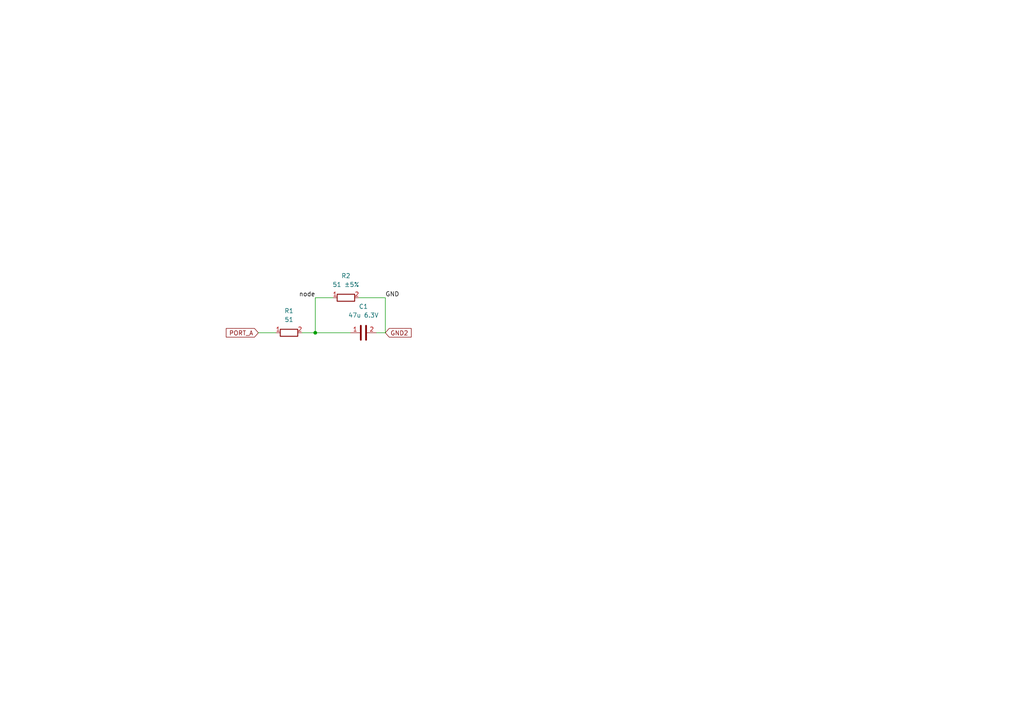
<source format=kicad_sch>
(kicad_sch (version 20211123) (generator eeschema)
  (paper "A4")
  (title_block (title "Simple Circuit") (date "2022-08-02") (rev "v01"))
  (lib_symbols
    (symbol "Device:C" (pin_names (offset 0.254))
      (property "Reference" "C" (at 0.635 2.54 0))
      (property "Value" "C" (at 0.635 -2.54 0))
      (symbol "C_0_1"
        (polyline (pts (xy -2.032 -0.762) (xy 2.032 -0.762)) (stroke (width 0.508)))
        (polyline (pts (xy -2.032 0.762) (xy 2.032 0.762)) (stroke (width 0.508)))
      )
      (symbol "C_1_1"
        (pin passive line (at 0 3.81 270) (length 2.794) (name "~") (number "1"))
        (pin passive line (at 0 -3.81 90) (length 2.794) (name "~") (number "2"))
      )
    )
    (symbol "Device:R" (pin_names (offset 0))
      (property "Reference" "R" (at 2.032 0 90))
      (property "Value" "R" (at 0 0 90))
      (symbol "R_0_1"
        (rectangle (start -1.016 -2.54) (end 1.016 2.54) (stroke (width 0.254)))
      )
      (symbol "R_1_1"
        (pin passive line (at 0 3.81 270) (length 1.27) (name "~") (number "1"))
        (pin passive line (at 0 -3.81 90) (length 1.27) (name "~") (number "2"))
      )
    )
  )
  (junction (at 91.44 96.52))
  (wire (pts (xy 91.44 86.36) (xy 91.44 96.52)))
  (wire (pts (xy 111.76 86.36) (xy 111.76 96.52)))
  (wire (pts (xy 104.14 86.36) (xy 111.76 86.36)))
  (wire (pts (xy 74.93 96.52) (xy 80.01 96.52)))
  (wire (pts (xy 91.44 86.36) (xy 96.52 86.36)))
  (wire (pts (xy 87.63 96.52) (xy 91.44 96.52)))
  (wire (pts (xy 109.22 96.52) (xy 111.76 96.52)))
  (wire (pts (xy 91.44 96.52) (xy 101.6 96.52)))
  (label "node" (at 91.44 86.36 180))
  (label "GND" (at 111.76 86.36 0))
  (global_label "PORT_A" (shape input) (at 74.93 96.52 180) (property "Intersheet References" "${INTERSHEET_REFS}" (effects hide)))
  (global_label "GND2" (shape input) (at 111.76 96.52 0) (property "Intersheet References" "${INTERSHEET_REFS}" (effects hide)))
  (symbol (lib_id "Device:R") (at 83.82 96.52 90) (unit 1)
    (property "Reference" "R1" (at 83.82 90.17 90))
    (property "Value" "51" (at 83.82 92.71 90))
  )
  (symbol (lib_id "Device:R") (at 100.33 86.36 90) (unit 1)
    (property "Reference" "R2" (at 100.33 80.01 90))
    (property "Value" "51 ±5%" (at 100.33 82.55 90))
  )
  (symbol (lib_id "Device:C") (at 105.41 96.52 90) (unit 1)
    (property "Reference" "C1" (at 105.41 88.9 90))
    (property "Value" "47u 6.3V" (at 105.41 91.44 90))
  )
)
</source>
